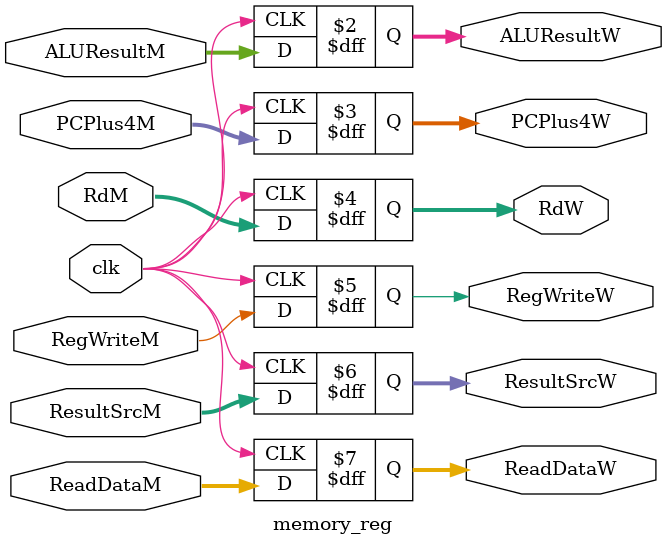
<source format=sv>
module memory_reg #(
    parameter  DATA_WIDTH = 32
) (
    input  logic                    clk,
    input  logic [DATA_WIDTH-1:0]   ALUResultM,
    input  logic [DATA_WIDTH-1:0]   PCPlus4M,
    input  logic [11:7]             RdM,
    input  logic                    RegWriteM,
    input  logic [1:0]              ResultSrcM,
    input  logic [DATA_WIDTH-1:0]   ReadDataM,

    output logic [DATA_WIDTH-1:0]   ALUResultW,
    output logic [DATA_WIDTH-1:0]   PCPlus4W,
    output logic [11:7]             RdW,
    output logic                    RegWriteW,
    output logic [1:0]              ResultSrcW,
    output logic [DATA_WIDTH-1:0]   ReadDataW
);
    always_ff @(posedge clk) begin
        ALUResultW <= ALUResultM;
        PCPlus4W <= PCPlus4M;
        RdW <= RdM;
        RegWriteW <= RegWriteM;
        ResultSrcW <= ResultSrcM;
        ReadDataW <= ReadDataM;
    end
endmodule

</source>
